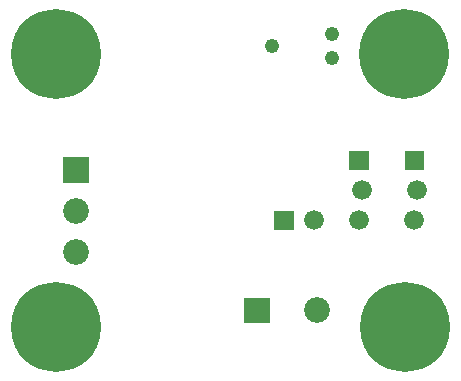
<source format=gbr>
G04 start of page 8 for group -4062 idx -4062 *
G04 Title: (unknown), soldermask *
G04 Creator: pcb 20140316 *
G04 CreationDate: Tue 12 Jul 2016 01:46:57 AM GMT UTC *
G04 For: ndholmes *
G04 Format: Gerber/RS-274X *
G04 PCB-Dimensions (mil): 1500.00 1250.00 *
G04 PCB-Coordinate-Origin: lower left *
%MOIN*%
%FSLAX25Y25*%
%LNBOTTOMMASK*%
%ADD73C,0.0660*%
%ADD72C,0.0860*%
%ADD71C,0.0001*%
%ADD70C,0.0490*%
%ADD69C,0.2997*%
G54D69*X133500Y17000D03*
X133000Y108000D03*
G54D70*X89000Y110500D03*
X109000Y114500D03*
Y106500D03*
G54D69*X17000Y17000D03*
Y108000D03*
G54D71*G36*
X19373Y73745D02*Y65145D01*
X27973D01*
Y73745D01*
X19373D01*
G37*
G54D72*X23673Y55665D03*
Y41886D03*
G54D71*G36*
X79700Y26800D02*Y18200D01*
X88300D01*
Y26800D01*
X79700D01*
G37*
G36*
X89700Y55800D02*Y49200D01*
X96300D01*
Y55800D01*
X89700D01*
G37*
G54D72*X104000Y22500D03*
G54D73*X103000Y52500D03*
G54D71*G36*
X114700Y75800D02*Y69200D01*
X121300D01*
Y75800D01*
X114700D01*
G37*
G54D73*X119000Y62500D03*
X118000Y52500D03*
G54D71*G36*
X133200Y75800D02*Y69200D01*
X139800D01*
Y75800D01*
X133200D01*
G37*
G54D73*X137500Y62500D03*
X136500Y52500D03*
M02*

</source>
